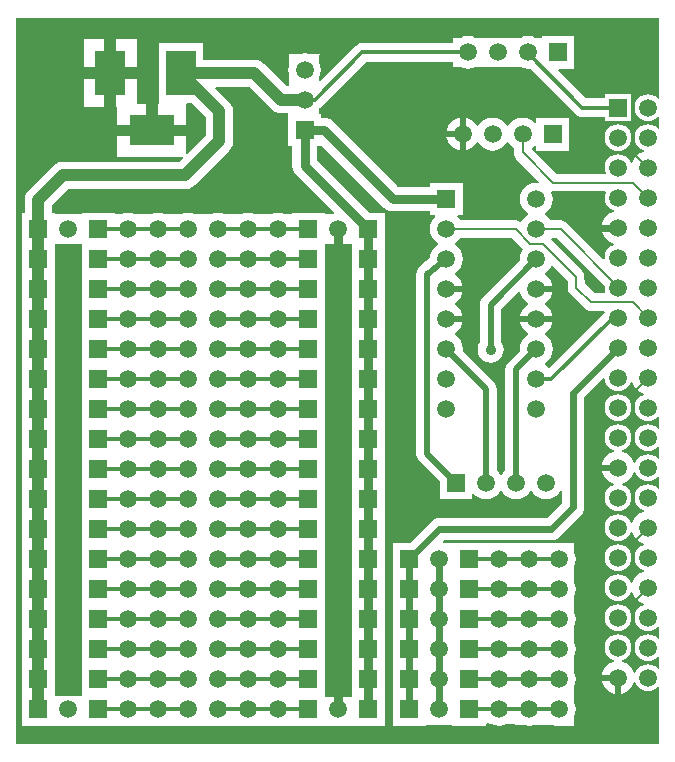
<source format=gtl>
%FSLAX44Y44*%
%MOMM*%
G71*
G01*
G75*
G04 Layer_Physical_Order=1*
G04 Layer_Color=255*
%ADD10C,0.2000*%
%ADD11C,0.3000*%
%ADD12C,0.6000*%
%ADD13C,0.8000*%
%ADD14C,1.0000*%
%ADD15C,0.5000*%
%ADD16C,0.2032*%
%ADD17R,1.5000X1.5000*%
%ADD18C,1.5000*%
%ADD19C,0.9144*%
%ADD20R,2.5000X3.8000*%
%ADD21R,3.8000X2.5000*%
%ADD22R,1.5000X1.5000*%
%ADD23C,1.0000*%
%ADD24C,0.6096*%
G36*
X506107Y395532D02*
X505892Y393900D01*
X506281Y390947D01*
X506649Y390059D01*
X505943Y389003D01*
X497481D01*
X489413Y397071D01*
Y403000D01*
X489161Y404919D01*
X488944Y405442D01*
X488420Y406707D01*
X487242Y408242D01*
X460587Y434897D01*
X461073Y436070D01*
X465569D01*
X506107Y395532D01*
D02*
G37*
G36*
X462200Y475370D02*
X506098D01*
X506804Y474314D01*
X506281Y473052D01*
X505892Y470100D01*
X506281Y467147D01*
X507421Y464396D01*
X509234Y462034D01*
X511596Y460221D01*
X513523Y459423D01*
X513554Y459181D01*
Y458140D01*
X510315Y456798D01*
X507422Y454578D01*
X505202Y451685D01*
X503806Y448316D01*
X503665Y447240D01*
X517300D01*
Y442160D01*
X503665D01*
X503806Y441084D01*
X505202Y437715D01*
X507422Y434822D01*
X510315Y432602D01*
X513554Y431260D01*
Y430219D01*
X513523Y429977D01*
X511596Y429179D01*
X509234Y427366D01*
X507421Y425004D01*
X506281Y422253D01*
X505892Y419300D01*
X506020Y418334D01*
X504881Y417772D01*
X473899Y448753D01*
X472361Y449934D01*
X470569Y450676D01*
X468646Y450929D01*
X459857D01*
X457978Y453378D01*
X455128Y455565D01*
Y456835D01*
X457978Y459022D01*
X460198Y461915D01*
X461593Y465284D01*
X462069Y468900D01*
X461593Y472515D01*
X460794Y474446D01*
X461567Y475454D01*
X462200Y475370D01*
D02*
G37*
G36*
X205405Y563405D02*
X205405Y563405D01*
X205405Y563405D01*
X224005Y544805D01*
X226212Y543112D01*
X226376Y542986D01*
D01*
X226376Y542986D01*
X227913Y542349D01*
X229137Y541842D01*
X229137D01*
X229137Y541842D01*
X229612Y541779D01*
X232100Y541452D01*
X238050D01*
Y541350D01*
X238050D01*
Y513650D01*
X241461D01*
Y497300D01*
X241816Y494598D01*
X242859Y492080D01*
X244518Y489918D01*
X277263Y457173D01*
X276777Y456000D01*
X268850D01*
Y457250D01*
X241150D01*
Y456000D01*
X235373D01*
X233216Y456893D01*
X229600Y457369D01*
X225984Y456893D01*
X223827Y456000D01*
X209973D01*
X207815Y456893D01*
X204200Y457369D01*
X200584Y456893D01*
X198427Y456000D01*
X184573D01*
X182416Y456893D01*
X178800Y457369D01*
X175184Y456893D01*
X173027Y456000D01*
X159173D01*
X157015Y456893D01*
X153400Y457369D01*
X149784Y456893D01*
X147627Y456000D01*
X133773D01*
X131615Y456893D01*
X128000Y457369D01*
X124384Y456893D01*
X122227Y456000D01*
X108373D01*
X106215Y456893D01*
X102600Y457369D01*
X98984Y456893D01*
X96827Y456000D01*
X91050D01*
Y457250D01*
X63350D01*
Y456000D01*
X40250D01*
Y457250D01*
X37848D01*
Y463308D01*
X51992Y477452D01*
X150900D01*
X153863Y477842D01*
X156624Y478986D01*
X158995Y480805D01*
X187995Y509805D01*
X189814Y512176D01*
X190958Y514937D01*
X191348Y517900D01*
Y543100D01*
X190958Y546063D01*
X190288Y547680D01*
X189814Y548824D01*
X187995Y551195D01*
X176311Y562879D01*
X176797Y564052D01*
X204758D01*
X205405Y563405D01*
D02*
G37*
G36*
X291950Y429550D02*
Y404150D01*
Y378750D01*
Y353350D01*
Y327950D01*
Y302550D01*
Y277150D01*
Y251750D01*
Y226350D01*
Y200950D01*
Y175550D01*
Y150150D01*
Y124750D01*
Y99350D01*
Y73950D01*
Y48550D01*
Y48455D01*
X291050Y47558D01*
X268850Y47637D01*
Y48550D01*
Y73950D01*
Y99350D01*
Y124750D01*
Y150150D01*
Y175550D01*
Y200950D01*
Y226350D01*
Y251750D01*
Y277150D01*
Y302550D01*
Y327950D01*
Y353350D01*
Y378750D01*
Y404150D01*
Y429550D01*
Y431000D01*
X291950D01*
Y429550D01*
D02*
G37*
G36*
X63350D02*
Y404150D01*
Y378750D01*
Y353350D01*
Y327950D01*
Y302550D01*
Y277150D01*
Y251750D01*
Y226350D01*
Y200950D01*
Y175550D01*
Y150150D01*
Y124750D01*
Y99350D01*
Y73950D01*
Y49268D01*
X62450Y48372D01*
X40250Y48451D01*
Y48550D01*
Y73950D01*
Y99350D01*
Y124750D01*
Y150150D01*
Y175550D01*
Y200950D01*
Y226350D01*
Y251750D01*
Y277150D01*
Y302550D01*
Y327950D01*
Y353350D01*
Y378750D01*
Y404150D01*
Y429550D01*
Y431000D01*
X63350D01*
Y429550D01*
D02*
G37*
G36*
X437140Y426567D02*
X436002Y425084D01*
X434606Y421715D01*
X434130Y418100D01*
X434287Y416911D01*
X403088Y385712D01*
X401670Y383863D01*
X400778Y381710D01*
X400474Y379400D01*
Y347708D01*
X399860Y346908D01*
X398759Y344251D01*
X398384Y341400D01*
X398759Y338549D01*
X399860Y335892D01*
X401610Y333610D01*
X403892Y331859D01*
X406549Y330759D01*
X409400Y330383D01*
X412251Y330759D01*
X414908Y331859D01*
X417190Y333610D01*
X418940Y335892D01*
X420041Y338549D01*
X420416Y341400D01*
X420041Y344251D01*
X418940Y346908D01*
X418326Y347708D01*
Y375702D01*
X433254Y390630D01*
X434457Y390222D01*
X434606Y389084D01*
X436002Y385715D01*
X438222Y382822D01*
X441072Y380635D01*
Y379365D01*
X438222Y377178D01*
X436002Y374285D01*
X434606Y370915D01*
X434465Y369840D01*
X461735D01*
X461593Y370915D01*
X460198Y374285D01*
X457978Y377178D01*
X455128Y379365D01*
Y380635D01*
X457978Y382822D01*
X460198Y385715D01*
X461593Y389084D01*
X461735Y390160D01*
X448100D01*
Y395240D01*
X461735D01*
X461593Y396315D01*
X460198Y399684D01*
X457978Y402578D01*
X455128Y404765D01*
Y406035D01*
X457978Y408222D01*
X460198Y411115D01*
X460699Y412324D01*
X461944Y412572D01*
X474587Y399929D01*
Y394000D01*
X474839Y392081D01*
X475146Y391341D01*
X475580Y390293D01*
X476758Y388758D01*
X489168Y376348D01*
X490703Y375170D01*
X492491Y374429D01*
X494410Y374177D01*
X505620D01*
X506106Y373003D01*
X459311Y326208D01*
X458044Y326292D01*
X457978Y326378D01*
X455128Y328565D01*
Y329835D01*
X457978Y332022D01*
X460198Y334915D01*
X461593Y338284D01*
X462069Y341900D01*
X461593Y345515D01*
X460198Y348885D01*
X457978Y351778D01*
X455128Y353965D01*
Y355235D01*
X457978Y357422D01*
X460198Y360315D01*
X461593Y363684D01*
X461735Y364760D01*
X434465D01*
X434606Y363684D01*
X436002Y360315D01*
X438222Y357422D01*
X441072Y355235D01*
Y353965D01*
X438222Y351778D01*
X436002Y348885D01*
X434606Y345515D01*
X434130Y341900D01*
X434287Y340711D01*
X424638Y331062D01*
X423219Y329213D01*
X422328Y327060D01*
X422024Y324750D01*
Y239258D01*
X421072Y238528D01*
X418885Y235678D01*
X417615D01*
X415428Y238528D01*
X414476Y239258D01*
Y308250D01*
X414172Y310560D01*
X413280Y312713D01*
X411862Y314562D01*
X385713Y340711D01*
X385869Y341900D01*
X385393Y345515D01*
X383998Y348885D01*
X381778Y351778D01*
X378928Y353965D01*
Y355235D01*
X381778Y357422D01*
X383998Y360315D01*
X385393Y363684D01*
X385535Y364760D01*
X371900D01*
Y369840D01*
X385535D01*
X385393Y370915D01*
X383998Y374285D01*
X381778Y377178D01*
X378928Y379365D01*
Y380635D01*
X381778Y382822D01*
X383998Y385715D01*
X385393Y389084D01*
X385535Y390160D01*
X371900D01*
Y395240D01*
X385535D01*
X385393Y396315D01*
X383998Y399684D01*
X381778Y402578D01*
X378928Y404765D01*
Y406035D01*
X381778Y408222D01*
X383998Y411115D01*
X385393Y414484D01*
X385869Y418100D01*
X385393Y421715D01*
X383998Y425084D01*
X381778Y427978D01*
X378928Y430165D01*
Y431435D01*
X381778Y433622D01*
X383669Y436086D01*
X427620D01*
X437140Y426567D01*
D02*
G37*
G36*
X552314Y554325D02*
X551112Y553916D01*
X550766Y554366D01*
X548404Y556179D01*
X545653Y557319D01*
X542700Y557708D01*
X539748Y557319D01*
X536996Y556179D01*
X534634Y554366D01*
X532821Y552004D01*
X531681Y549253D01*
X531292Y546300D01*
X531681Y543348D01*
X532821Y540596D01*
X534634Y538234D01*
X536996Y536421D01*
X539748Y535281D01*
X542700Y534892D01*
X545653Y535281D01*
X548404Y536421D01*
X550766Y538234D01*
X551112Y538684D01*
X552314Y538275D01*
Y528925D01*
X551112Y528516D01*
X550766Y528966D01*
X548404Y530779D01*
X545653Y531919D01*
X542700Y532308D01*
X539748Y531919D01*
X536996Y530779D01*
X534634Y528966D01*
X532821Y526604D01*
X531681Y523853D01*
X531292Y520900D01*
X531681Y517948D01*
X532821Y515196D01*
X534634Y512834D01*
X536996Y511021D01*
X538923Y510223D01*
X538954Y509981D01*
Y508940D01*
X535715Y507598D01*
X532822Y505378D01*
X530602Y502485D01*
X529260Y499246D01*
X528219D01*
X527977Y499277D01*
X527179Y501204D01*
X525366Y503566D01*
X523004Y505379D01*
X520252Y506519D01*
X517300Y506908D01*
X514347Y506519D01*
X511596Y505379D01*
X509234Y503566D01*
X507421Y501204D01*
X506281Y498452D01*
X505892Y495500D01*
X506281Y492547D01*
X506804Y491286D01*
X506098Y490230D01*
X465277D01*
X444290Y511217D01*
X444373Y512484D01*
X446378Y514022D01*
X446847Y514634D01*
X448050Y514226D01*
Y510050D01*
X475750D01*
Y537750D01*
X448050D01*
Y533574D01*
X446847Y533166D01*
X446378Y533778D01*
X443484Y535998D01*
X440115Y537393D01*
X436500Y537869D01*
X432884Y537393D01*
X429515Y535998D01*
X426622Y533778D01*
X424435Y530928D01*
X423165D01*
X420978Y533778D01*
X418084Y535998D01*
X414715Y537393D01*
X411100Y537869D01*
X407484Y537393D01*
X404115Y535998D01*
X401222Y533778D01*
X399035Y530928D01*
X397765D01*
X395578Y533778D01*
X392685Y535998D01*
X389315Y537393D01*
X388240Y537535D01*
Y523900D01*
Y510265D01*
X389315Y510406D01*
X392685Y511802D01*
X395578Y514022D01*
X397765Y516872D01*
X399035D01*
X401222Y514022D01*
X404115Y511802D01*
X407484Y510406D01*
X411100Y509930D01*
X414715Y510406D01*
X418084Y511802D01*
X420978Y514022D01*
X423165Y516872D01*
X424435D01*
X426622Y514022D01*
X429070Y512143D01*
Y508500D01*
X429323Y506577D01*
X430065Y504785D01*
X431246Y503247D01*
X450761Y483732D01*
X450199Y482593D01*
X448100Y482869D01*
X444484Y482393D01*
X441115Y480998D01*
X438222Y478778D01*
X436002Y475885D01*
X434606Y472515D01*
X434130Y468900D01*
X434606Y465284D01*
X436002Y461915D01*
X438222Y459022D01*
X441072Y456835D01*
Y455565D01*
X438222Y453378D01*
X436002Y450485D01*
X435837Y450086D01*
X434610Y449757D01*
X434398Y449920D01*
X433350Y450354D01*
X432610Y450661D01*
X430691Y450913D01*
X383669D01*
X381778Y453378D01*
X381166Y453847D01*
X381574Y455050D01*
X385750D01*
Y482750D01*
X358050D01*
Y479339D01*
X331224D01*
X275682Y534882D01*
X273519Y536541D01*
X271002Y537583D01*
X268300Y537939D01*
X265750D01*
Y541350D01*
X264000D01*
Y545791D01*
X264609Y546043D01*
X266248Y547301D01*
X266248Y547301D01*
X266248Y547301D01*
X304130Y585182D01*
X378000D01*
Y580500D01*
X384528D01*
X386684Y579606D01*
X390300Y579130D01*
X393916Y579606D01*
X396072Y580500D01*
X435328D01*
X437485Y579606D01*
X441100Y579130D01*
X442930Y579371D01*
X481600Y540701D01*
X483240Y539443D01*
X485149Y538652D01*
X487198Y538382D01*
X505990D01*
Y534990D01*
X528610D01*
Y557610D01*
X505990D01*
Y554218D01*
X490478D01*
X466619Y578077D01*
X467105Y579250D01*
X480350D01*
Y606950D01*
X452650D01*
Y605500D01*
X447356D01*
X444716Y606593D01*
X441100Y607069D01*
X437485Y606593D01*
X434844Y605500D01*
X396556D01*
X393916Y606593D01*
X390300Y607069D01*
X386684Y606593D01*
X384044Y605500D01*
X378000D01*
Y601018D01*
X300850D01*
X300850Y601018D01*
X298801Y600748D01*
X296891Y599957D01*
X296509Y599664D01*
X295251Y598699D01*
X295251Y598699D01*
X265173Y568621D01*
X264000Y569107D01*
Y571320D01*
X265394Y574684D01*
X265870Y578300D01*
X265394Y581915D01*
X264000Y585280D01*
Y590500D01*
X265000Y591500D01*
X256224D01*
X255516Y591793D01*
X251900Y592269D01*
X248284Y591793D01*
X247576Y591500D01*
X239000D01*
Y583348D01*
X238407Y581915D01*
X237931Y578300D01*
X238407Y574684D01*
X239000Y573252D01*
Y564348D01*
X236842D01*
X221595Y579595D01*
D01*
X217595Y583595D01*
X215224Y585414D01*
X212463Y586558D01*
X209500Y586948D01*
X166350D01*
Y600850D01*
X128650D01*
Y550150D01*
D01*
Y550150D01*
X128000Y549500D01*
X127500D01*
Y532000D01*
X151500D01*
Y549500D01*
D01*
Y549500D01*
X152150Y550150D01*
X156660D01*
X168452Y538358D01*
Y522642D01*
X152673Y506863D01*
X151500Y507349D01*
Y522000D01*
X93500D01*
Y504500D01*
X148651D01*
X149137Y503327D01*
X146158Y500348D01*
X47250D01*
X44632Y500003D01*
X44287Y499958D01*
X41526Y498814D01*
X39155Y496995D01*
X18305Y476145D01*
X16486Y473774D01*
X15342Y471013D01*
X14952Y468050D01*
Y457250D01*
X12550D01*
Y429550D01*
Y404150D01*
Y378750D01*
Y353350D01*
Y327950D01*
Y302550D01*
Y277150D01*
Y251750D01*
Y226350D01*
Y200950D01*
Y175550D01*
Y150150D01*
Y124750D01*
Y99350D01*
Y73950D01*
Y48550D01*
Y23150D01*
Y23150D01*
X101693D01*
X102600Y23030D01*
X103507Y23150D01*
X127093D01*
X128000Y23030D01*
X128907Y23150D01*
X152493D01*
X153400Y23030D01*
X154307Y23150D01*
X177893D01*
X178800Y23030D01*
X179707Y23150D01*
X203293D01*
X204200Y23030D01*
X205107Y23150D01*
X228693D01*
X229600Y23030D01*
X230507Y23150D01*
X319650D01*
Y23150D01*
Y48550D01*
Y73950D01*
Y99350D01*
Y124750D01*
Y150150D01*
Y175550D01*
Y200950D01*
Y226350D01*
Y251750D01*
Y277150D01*
Y302550D01*
Y327950D01*
Y353350D01*
Y378750D01*
Y404150D01*
Y429550D01*
Y457250D01*
X306713D01*
X262339Y501624D01*
Y513650D01*
X265750D01*
X265750Y513650D01*
Y513650D01*
X266907Y514129D01*
X319518Y461518D01*
X321680Y459859D01*
X323461Y459122D01*
X324198Y458816D01*
X326900Y458461D01*
X358050D01*
Y455050D01*
X362226D01*
X362634Y453847D01*
X362022Y453378D01*
X359802Y450485D01*
X358406Y447115D01*
X357930Y443500D01*
X358406Y439884D01*
X359802Y436515D01*
X362022Y433622D01*
X364872Y431435D01*
Y430165D01*
X362022Y427978D01*
X359802Y425084D01*
X358406Y421715D01*
X358008Y418685D01*
X351463Y413659D01*
X351051Y413247D01*
X350588Y412892D01*
X349238Y411542D01*
X347820Y409693D01*
X346928Y407540D01*
X346624Y405230D01*
Y253250D01*
X346928Y250940D01*
X347820Y248787D01*
X349238Y246938D01*
X366300Y229876D01*
Y214800D01*
X394000D01*
Y218976D01*
X395203Y219384D01*
X395672Y218772D01*
X398565Y216552D01*
X401934Y215156D01*
X405550Y214680D01*
X409166Y215156D01*
X412535Y216552D01*
X415428Y218772D01*
X417615Y221622D01*
X418885D01*
X421072Y218772D01*
X423965Y216552D01*
X427334Y215156D01*
X430950Y214680D01*
X434566Y215156D01*
X437935Y216552D01*
X440828Y218772D01*
X443015Y221622D01*
X444285D01*
X446472Y218772D01*
X449365Y216552D01*
X452734Y215156D01*
X456350Y214680D01*
X459966Y215156D01*
X463335Y216552D01*
X466228Y218772D01*
X468448Y221665D01*
X468524Y221848D01*
X469769Y221600D01*
Y211806D01*
X456894Y198930D01*
X366100D01*
X363659Y198609D01*
X361385Y197667D01*
X359431Y196168D01*
X341113Y177850D01*
X328880D01*
D01*
D01*
D01*
X328880Y177850D01*
X328880Y177850D01*
X326750Y177850D01*
D01*
D01*
D01*
X326750D01*
D01*
Y177850D01*
X326750Y177850D01*
X326750Y177839D01*
Y177839D01*
D01*
D01*
X326750D01*
X326750Y176952D01*
D01*
Y150150D01*
Y124750D01*
Y99350D01*
Y73950D01*
Y48550D01*
Y23150D01*
X329350D01*
X330000Y22500D01*
X349632Y23150D01*
X354450D01*
Y23309D01*
X376637Y24044D01*
X377550Y23161D01*
Y23150D01*
X405250D01*
Y24095D01*
X406163Y24978D01*
X409939Y24851D01*
X413184Y23506D01*
X416800Y23030D01*
X420416Y23506D01*
X422633Y24425D01*
X437578Y23923D01*
X438584Y23506D01*
X442200Y23030D01*
X445816Y23506D01*
X446129Y23636D01*
X480000Y22500D01*
Y30744D01*
X481093Y33384D01*
X481570Y37000D01*
X481093Y40615D01*
X480000Y43255D01*
Y56144D01*
X481093Y58784D01*
X481570Y62400D01*
X481093Y66015D01*
X480000Y68655D01*
Y81544D01*
X481093Y84184D01*
X481570Y87800D01*
X481093Y91415D01*
X480000Y94055D01*
Y106944D01*
X481093Y109584D01*
X481570Y113200D01*
X481093Y116815D01*
X480000Y119455D01*
Y132344D01*
X481093Y134984D01*
X481570Y138600D01*
X481093Y142215D01*
X480000Y144855D01*
Y157744D01*
X481093Y160384D01*
X481570Y164000D01*
X481093Y167615D01*
X480000Y170255D01*
Y177500D01*
X479650Y177850D01*
X468508D01*
X467600Y177969D01*
X466692Y177850D01*
X443108D01*
X442200Y177969D01*
X441292Y177850D01*
X417708D01*
X416800Y177969D01*
X415892Y177850D01*
X405250D01*
Y177850D01*
X377550D01*
Y177850D01*
X369446D01*
X368960Y179023D01*
X370006Y180069D01*
X460800D01*
X463241Y180390D01*
X465515Y181333D01*
X467468Y182831D01*
X485868Y201231D01*
X487367Y203185D01*
X488309Y205459D01*
X488631Y207900D01*
Y301094D01*
X504801Y317264D01*
X506004Y316856D01*
X506281Y314748D01*
X507421Y311996D01*
X509234Y309634D01*
X511596Y307821D01*
X514347Y306681D01*
X517300Y306292D01*
X520252Y306681D01*
X523004Y307821D01*
X525366Y309634D01*
X527179Y311996D01*
X527977Y313923D01*
X528219Y313954D01*
X529260D01*
X530602Y310715D01*
X532822Y307822D01*
X535715Y305602D01*
X538954Y304260D01*
Y303219D01*
X538923Y302977D01*
X536996Y302179D01*
X534634Y300366D01*
X532821Y298004D01*
X531681Y295252D01*
X531292Y292300D01*
X531681Y289347D01*
X532821Y286596D01*
X534634Y284234D01*
X536996Y282421D01*
X539748Y281281D01*
X542700Y280892D01*
X545653Y281281D01*
X548404Y282421D01*
X550766Y284234D01*
X551112Y284684D01*
X552314Y284275D01*
Y274925D01*
X551112Y274516D01*
X550766Y274966D01*
X548404Y276779D01*
X545653Y277919D01*
X542700Y278308D01*
X539748Y277919D01*
X536996Y276779D01*
X534634Y274966D01*
X532821Y272604D01*
X531681Y269853D01*
X531292Y266900D01*
X531681Y263948D01*
X532821Y261196D01*
X534634Y258834D01*
X536996Y257021D01*
X539748Y255881D01*
X542700Y255492D01*
X545653Y255881D01*
X548404Y257021D01*
X550766Y258834D01*
X551112Y259284D01*
X552314Y258875D01*
Y249525D01*
X551112Y249116D01*
X550766Y249566D01*
X548404Y251379D01*
X545653Y252519D01*
X542700Y252908D01*
X539748Y252519D01*
X536996Y251379D01*
X534634Y249566D01*
X532821Y247204D01*
X532023Y245277D01*
X531781Y245246D01*
X530740D01*
X529398Y248485D01*
X527178Y251378D01*
X524285Y253598D01*
X521046Y254940D01*
Y255981D01*
X521077Y256223D01*
X523004Y257021D01*
X525366Y258834D01*
X527179Y261196D01*
X528319Y263948D01*
X528708Y266900D01*
X528319Y269853D01*
X527179Y272604D01*
X525366Y274966D01*
X523004Y276779D01*
X520252Y277919D01*
X517300Y278308D01*
X514347Y277919D01*
X511596Y276779D01*
X509234Y274966D01*
X507421Y272604D01*
X506281Y269853D01*
X505892Y266900D01*
X506281Y263948D01*
X507421Y261196D01*
X509234Y258834D01*
X511596Y257021D01*
X513523Y256223D01*
X513554Y255981D01*
Y254940D01*
X510315Y253598D01*
X507422Y251378D01*
X505202Y248485D01*
X503806Y245116D01*
X503665Y244040D01*
X517300D01*
Y238960D01*
X503665D01*
X503806Y237884D01*
X505202Y234515D01*
X507422Y231622D01*
X510315Y229402D01*
X513554Y228060D01*
Y227019D01*
X513523Y226777D01*
X511596Y225979D01*
X509234Y224166D01*
X507421Y221804D01*
X506281Y219053D01*
X505892Y216100D01*
X506281Y213148D01*
X507421Y210396D01*
X509234Y208034D01*
X511596Y206221D01*
X514347Y205081D01*
X517300Y204692D01*
X520252Y205081D01*
X523004Y206221D01*
X525366Y208034D01*
X527179Y210396D01*
X528319Y213148D01*
X528708Y216100D01*
X528319Y219053D01*
X527179Y221804D01*
X525366Y224166D01*
X523004Y225979D01*
X521077Y226777D01*
X521046Y227019D01*
Y228060D01*
X524285Y229402D01*
X527178Y231622D01*
X529398Y234515D01*
X530740Y237754D01*
X531781D01*
X532023Y237723D01*
X532821Y235796D01*
X534634Y233434D01*
X536996Y231621D01*
X539748Y230481D01*
X542700Y230092D01*
X545653Y230481D01*
X548404Y231621D01*
X550766Y233434D01*
X551112Y233884D01*
X552314Y233475D01*
Y224125D01*
X551112Y223716D01*
X550766Y224166D01*
X548404Y225979D01*
X545653Y227119D01*
X542700Y227508D01*
X539748Y227119D01*
X536996Y225979D01*
X534634Y224166D01*
X532821Y221804D01*
X531681Y219053D01*
X531292Y216100D01*
X531681Y213148D01*
X532821Y210396D01*
X534634Y208034D01*
X536996Y206221D01*
X538923Y205423D01*
X538954Y205181D01*
Y204140D01*
X535715Y202798D01*
X532822Y200578D01*
X530602Y197685D01*
X529260Y194446D01*
X528219D01*
X527977Y194477D01*
X527179Y196404D01*
X525366Y198766D01*
X523004Y200579D01*
X520252Y201719D01*
X517300Y202108D01*
X514347Y201719D01*
X511596Y200579D01*
X509234Y198766D01*
X507421Y196404D01*
X506281Y193652D01*
X505892Y190700D01*
X506281Y187747D01*
X507421Y184996D01*
X509234Y182634D01*
X511596Y180821D01*
X514347Y179681D01*
X517300Y179292D01*
X520252Y179681D01*
X523004Y180821D01*
X525366Y182634D01*
X527179Y184996D01*
X527977Y186923D01*
X528219Y186954D01*
X529260D01*
X530602Y183715D01*
X532822Y180822D01*
X535715Y178602D01*
X538954Y177260D01*
Y176219D01*
X538923Y175977D01*
X536996Y175179D01*
X534634Y173366D01*
X532821Y171004D01*
X531681Y168253D01*
X531292Y165300D01*
X531681Y162348D01*
X532821Y159596D01*
X534634Y157234D01*
X536996Y155421D01*
X538923Y154623D01*
X538954Y154381D01*
Y153340D01*
X535715Y151998D01*
X532822Y149778D01*
X530602Y146885D01*
X529260Y143646D01*
X528219D01*
X527977Y143677D01*
X527179Y145604D01*
X525366Y147966D01*
X523004Y149779D01*
X520252Y150919D01*
X517300Y151308D01*
X514347Y150919D01*
X511596Y149779D01*
X509234Y147966D01*
X507421Y145604D01*
X506281Y142852D01*
X505892Y139900D01*
X506281Y136947D01*
X507421Y134196D01*
X509234Y131834D01*
X511596Y130021D01*
X514347Y128881D01*
X517300Y128492D01*
X520252Y128881D01*
X523004Y130021D01*
X525366Y131834D01*
X527179Y134196D01*
X527977Y136123D01*
X528219Y136154D01*
X529260D01*
X530602Y132915D01*
X532822Y130022D01*
X535715Y127802D01*
X538954Y126460D01*
Y125419D01*
X538923Y125177D01*
X536996Y124379D01*
X534634Y122566D01*
X532821Y120204D01*
X531681Y117452D01*
X531292Y114500D01*
X531681Y111547D01*
X532821Y108796D01*
X534634Y106434D01*
X536996Y104621D01*
X539748Y103481D01*
X542700Y103092D01*
X545653Y103481D01*
X548404Y104621D01*
X550766Y106434D01*
X551112Y106884D01*
X552314Y106475D01*
Y97125D01*
X551112Y96716D01*
X550766Y97166D01*
X548404Y98979D01*
X545653Y100119D01*
X542700Y100508D01*
X539748Y100119D01*
X536996Y98979D01*
X534634Y97166D01*
X532821Y94804D01*
X531681Y92052D01*
X531292Y89100D01*
X531681Y86147D01*
X532821Y83396D01*
X534634Y81034D01*
X536996Y79221D01*
X539748Y78081D01*
X542700Y77692D01*
X545653Y78081D01*
X548404Y79221D01*
X550766Y81034D01*
X551112Y81484D01*
X552314Y81075D01*
Y71725D01*
X551112Y71316D01*
X550766Y71766D01*
X548404Y73579D01*
X545653Y74719D01*
X542700Y75108D01*
X539748Y74719D01*
X536996Y73579D01*
X534634Y71766D01*
X532821Y69404D01*
X532023Y67477D01*
X531781Y67446D01*
X530740D01*
X529398Y70685D01*
X527178Y73578D01*
X524285Y75798D01*
X521046Y77140D01*
Y78181D01*
X521077Y78423D01*
X523004Y79221D01*
X525366Y81034D01*
X527179Y83396D01*
X528319Y86147D01*
X528708Y89100D01*
X528319Y92052D01*
X527179Y94804D01*
X525366Y97166D01*
X523004Y98979D01*
X520252Y100119D01*
X517300Y100508D01*
X514347Y100119D01*
X511596Y98979D01*
X509234Y97166D01*
X507421Y94804D01*
X506281Y92052D01*
X505892Y89100D01*
X506281Y86147D01*
X507421Y83396D01*
X509234Y81034D01*
X511596Y79221D01*
X513523Y78423D01*
X513554Y78181D01*
Y77140D01*
X510315Y75798D01*
X507422Y73578D01*
X505202Y70685D01*
X503806Y67316D01*
X503665Y66240D01*
X517300D01*
Y63700D01*
X519840D01*
Y50065D01*
X520916Y50206D01*
X524285Y51602D01*
X527178Y53822D01*
X529398Y56715D01*
X530740Y59954D01*
X531781D01*
X532023Y59923D01*
X532821Y57996D01*
X534634Y55634D01*
X536996Y53821D01*
X539748Y52681D01*
X542700Y52292D01*
X545653Y52681D01*
X548404Y53821D01*
X550766Y55634D01*
X551112Y56084D01*
X552314Y55675D01*
Y7686D01*
X7686D01*
Y610000D01*
Y622314D01*
X552314D01*
Y554325D01*
D02*
G37*
%LPC*%
G36*
X517300Y125908D02*
X514347Y125519D01*
X511596Y124379D01*
X509234Y122566D01*
X507421Y120204D01*
X506281Y117452D01*
X505892Y114500D01*
X506281Y111547D01*
X507421Y108796D01*
X509234Y106434D01*
X511596Y104621D01*
X514347Y103481D01*
X517300Y103092D01*
X520252Y103481D01*
X523004Y104621D01*
X525366Y106434D01*
X527179Y108796D01*
X528319Y111547D01*
X528708Y114500D01*
X528319Y117452D01*
X527179Y120204D01*
X525366Y122566D01*
X523004Y124379D01*
X520252Y125519D01*
X517300Y125908D01*
D02*
G37*
G36*
Y176708D02*
X514347Y176319D01*
X511596Y175179D01*
X509234Y173366D01*
X507421Y171004D01*
X506281Y168253D01*
X505892Y165300D01*
X506281Y162348D01*
X507421Y159596D01*
X509234Y157234D01*
X511596Y155421D01*
X514347Y154281D01*
X517300Y153892D01*
X520252Y154281D01*
X523004Y155421D01*
X525366Y157234D01*
X527179Y159596D01*
X528319Y162348D01*
X528708Y165300D01*
X528319Y168253D01*
X527179Y171004D01*
X525366Y173366D01*
X523004Y175179D01*
X520252Y176319D01*
X517300Y176708D01*
D02*
G37*
G36*
X110000Y604500D02*
X92500D01*
Y580500D01*
X110000D01*
Y604500D01*
D02*
G37*
G36*
X82500D02*
X65000D01*
Y580500D01*
X82500D01*
Y604500D01*
D02*
G37*
G36*
X514760Y61160D02*
X503665D01*
X503806Y60084D01*
X505202Y56715D01*
X507422Y53822D01*
X510315Y51602D01*
X513684Y50206D01*
X514760Y50065D01*
Y61160D01*
D02*
G37*
G36*
X517300Y303708D02*
X514347Y303319D01*
X511596Y302179D01*
X509234Y300366D01*
X507421Y298004D01*
X506281Y295252D01*
X505892Y292300D01*
X506281Y289347D01*
X507421Y286596D01*
X509234Y284234D01*
X511596Y282421D01*
X514347Y281281D01*
X517300Y280892D01*
X520252Y281281D01*
X523004Y282421D01*
X525366Y284234D01*
X527179Y286596D01*
X528319Y289347D01*
X528708Y292300D01*
X528319Y295252D01*
X527179Y298004D01*
X525366Y300366D01*
X523004Y302179D01*
X520252Y303319D01*
X517300Y303708D01*
D02*
G37*
G36*
Y532308D02*
X514347Y531919D01*
X511596Y530779D01*
X509234Y528966D01*
X507421Y526604D01*
X506281Y523853D01*
X505892Y520900D01*
X506281Y517948D01*
X507421Y515196D01*
X509234Y512834D01*
X511596Y511021D01*
X514347Y509881D01*
X517300Y509492D01*
X520252Y509881D01*
X523004Y511021D01*
X525366Y512834D01*
X527179Y515196D01*
X528319Y517948D01*
X528708Y520900D01*
X528319Y523853D01*
X527179Y526604D01*
X525366Y528966D01*
X523004Y530779D01*
X520252Y531919D01*
X517300Y532308D01*
D02*
G37*
G36*
X383160Y521360D02*
X372065D01*
X372206Y520284D01*
X373602Y516915D01*
X375822Y514022D01*
X378715Y511802D01*
X382084Y510406D01*
X383160Y510265D01*
Y521360D01*
D02*
G37*
G36*
Y537535D02*
X382084Y537393D01*
X378715Y535998D01*
X375822Y533778D01*
X373602Y530885D01*
X372206Y527515D01*
X372065Y526440D01*
X383160D01*
Y537535D01*
D02*
G37*
G36*
X82500Y570500D02*
X65000D01*
Y546500D01*
X82500D01*
Y570500D01*
D02*
G37*
G36*
X110000D02*
X92500D01*
Y546500D01*
X93500D01*
Y532000D01*
X117500D01*
Y549500D01*
X110000D01*
Y570500D01*
D02*
G37*
%LPD*%
D10*
X529610Y381590D02*
X542700Y368500D01*
X494410Y381590D02*
X529610D01*
X482000Y394000D02*
X494410Y381590D01*
X482000Y394000D02*
Y403000D01*
X453810Y431190D02*
X482000Y403000D01*
X443001Y431190D02*
X453810D01*
X430691Y443500D02*
X443001Y431190D01*
X371900Y443500D02*
X430691D01*
X538500Y368500D02*
X542700D01*
X530000Y508200D02*
X542700Y495500D01*
X492200Y508200D02*
X530000D01*
X491900Y508500D02*
X492200Y508200D01*
X530000Y305000D02*
X542700Y317700D01*
X504600Y305000D02*
X530000D01*
X491900Y292300D02*
X504600Y305000D01*
X530000Y178000D02*
X542700Y190700D01*
X491900Y178000D02*
X530000D01*
Y127200D02*
X542700Y139900D01*
X504600Y127200D02*
X530000D01*
X491900Y139900D02*
X504600Y127200D01*
D11*
X178800Y37000D02*
X204200D01*
X229600D01*
X255000D01*
X391400Y164000D02*
X416800D01*
X442200D01*
X467600D01*
X77200Y316400D02*
X102600D01*
X128000D01*
X153400D01*
X77200Y341800D02*
X102600D01*
X128000D01*
X153400D01*
X77200Y265600D02*
X102600D01*
X128000D01*
X153400D01*
X77200Y291000D02*
X102600D01*
X128000D01*
X153400D01*
X77200Y418000D02*
X102600D01*
X128000D01*
X153400D01*
X77200Y443400D02*
X102600D01*
X128000D01*
X153400D01*
X77200Y367200D02*
X102600D01*
X128000D01*
X153400D01*
X77200Y392600D02*
X102600D01*
X128000D01*
X153400D01*
X77200Y240200D02*
X102600D01*
X128000D01*
X153400D01*
X77200Y87800D02*
X102600D01*
X128000D01*
X153400D01*
X77200Y113200D02*
X102600D01*
X128000D01*
X153400D01*
X77200Y37000D02*
X102600D01*
X128000D01*
X153400D01*
X77200Y62400D02*
X102600D01*
X128000D01*
X153400D01*
X77200Y189400D02*
X102600D01*
X128000D01*
X153400D01*
X77200Y214800D02*
X102600D01*
X128000D01*
X153400D01*
X77200Y138600D02*
X102600D01*
X128000D01*
X153400D01*
X77200Y164000D02*
X102600D01*
X128000D01*
X153400D01*
X391400Y138600D02*
X416800D01*
X442200D01*
X467600D01*
X391400Y87800D02*
X416800D01*
X442200D01*
X467600D01*
X178800Y164000D02*
X204200D01*
X229600D01*
X255000D01*
X178800Y138600D02*
X204200D01*
X229600D01*
X255000D01*
X178800Y113200D02*
X204200D01*
X229600D01*
X255000D01*
X178800Y62400D02*
X204200D01*
X229600D01*
X255000D01*
X178800Y392600D02*
X204200D01*
X229600D01*
X255000D01*
X178800Y367200D02*
X204200D01*
X229600D01*
X255000D01*
X178800Y418000D02*
X204200D01*
X229600D01*
X255000D01*
X178800Y87800D02*
X204200D01*
X229600D01*
X255000D01*
X178800Y341800D02*
X204200D01*
X229600D01*
X255000D01*
X391400Y113200D02*
X416800D01*
X442200D01*
X467600D01*
X391400Y37000D02*
X416800D01*
X442200D01*
X467600D01*
X391400Y62400D02*
X416800D01*
X442200D01*
X467600D01*
X178800Y443400D02*
X204200D01*
X229600D01*
X255000D01*
X178800Y265600D02*
X204200D01*
X229600D01*
X255000D01*
X178800Y240200D02*
X204200D01*
X229600D01*
X255000D01*
X178800Y316400D02*
X204200D01*
X229600D01*
X255000D01*
X178800Y291000D02*
X204200D01*
X229600D01*
X255000D01*
X178800Y214800D02*
X204200D01*
X229600D01*
X255000D01*
X178800Y189400D02*
X204200D01*
X229600D01*
X255000D01*
X371900Y414408D02*
Y418100D01*
X487198Y546300D02*
X517300D01*
X441100Y592398D02*
X487198Y546300D01*
X441100Y592398D02*
Y593100D01*
X517300Y393900D02*
Y394846D01*
X448100Y316500D02*
X460800D01*
X512800Y368500D01*
X517300D01*
X300850Y593100D02*
X390300D01*
X251900Y552900D02*
X260650D01*
X300850Y593100D01*
D12*
X366000Y37000D02*
Y62400D01*
Y87800D01*
Y113200D01*
Y138600D01*
Y164000D01*
X340600Y37000D02*
Y62400D01*
Y87800D01*
Y113200D01*
Y138600D01*
Y164000D01*
X479200Y305000D02*
X517300Y343100D01*
X366100Y189500D02*
X460800D01*
X340600Y164000D02*
X366100Y189500D01*
X479200Y207900D02*
Y305000D01*
X460800Y189500D02*
X479200Y207900D01*
X491900Y444700D02*
X517300D01*
D13*
X280400Y37000D02*
Y62400D01*
Y87800D01*
Y113200D01*
Y138600D01*
Y164000D01*
Y189400D01*
Y214800D01*
Y240200D01*
Y265600D01*
Y291000D01*
Y316400D01*
Y341800D01*
Y367200D01*
Y392600D01*
Y418000D01*
Y443400D01*
X305800Y113200D02*
Y138600D01*
Y164000D01*
Y87800D02*
Y113200D01*
Y164000D02*
Y189400D01*
Y62400D02*
Y87800D01*
Y189400D02*
Y214800D01*
Y37000D02*
Y62400D01*
Y214800D02*
Y240200D01*
Y265600D01*
Y291000D01*
Y316400D01*
Y341800D01*
Y367200D01*
Y392600D01*
Y418000D01*
Y443400D01*
X251900Y497300D02*
X305800Y443400D01*
X251900Y497300D02*
Y527500D01*
X268300D02*
X326900Y468900D01*
X251900Y527500D02*
X268300D01*
X326900Y468900D02*
X371900D01*
X340000Y203000D02*
Y255250D01*
X339250Y202250D02*
X340000Y203000D01*
D14*
X26400Y37000D02*
Y62400D01*
Y87800D01*
Y113200D01*
Y138600D01*
Y164000D01*
Y189400D01*
Y214800D01*
Y240200D01*
Y265600D01*
Y291000D01*
Y316400D01*
Y341800D01*
Y367200D01*
Y392600D01*
Y418000D01*
Y443400D01*
X213500Y571500D02*
X232100Y552900D01*
X251900D01*
X147500Y575500D02*
X179900Y543100D01*
Y517900D02*
Y543100D01*
X150900Y488900D02*
X179900Y517900D01*
X147500Y575500D02*
X209500D01*
X213500Y571500D01*
X26400Y443400D02*
Y468050D01*
X47250Y488900D01*
X150900D01*
D15*
X430950Y324750D02*
X448100Y341900D01*
X430950Y228650D02*
Y324750D01*
X409400Y379400D02*
X448100Y418100D01*
X409400Y341400D02*
Y379400D01*
X371900Y341900D02*
X405550Y308250D01*
Y228650D02*
Y308250D01*
X355550Y253250D02*
Y405230D01*
Y253250D02*
X380150Y228650D01*
X355550Y405230D02*
X356900Y406580D01*
X371900Y418100D01*
D16*
X530000Y482800D02*
X542700Y470100D01*
X462200Y482800D02*
X530000D01*
X468646Y443500D02*
X517300Y394846D01*
X448100Y443500D02*
X468646D01*
X436500Y508500D02*
X462200Y482800D01*
X436500Y508500D02*
Y523900D01*
D17*
X255000Y37000D02*
D03*
X380150Y228650D02*
D03*
X305800Y316400D02*
D03*
Y240200D02*
D03*
X26400D02*
D03*
X305800Y189400D02*
D03*
X26400Y37000D02*
D03*
Y341800D02*
D03*
X305800Y214800D02*
D03*
Y341800D02*
D03*
X26400Y189400D02*
D03*
Y316400D02*
D03*
X305800Y138600D02*
D03*
Y265600D02*
D03*
X26400Y87800D02*
D03*
Y214800D02*
D03*
X305800Y164000D02*
D03*
Y291000D02*
D03*
X26400Y62400D02*
D03*
Y367200D02*
D03*
X305800Y87800D02*
D03*
Y418000D02*
D03*
X26400Y113200D02*
D03*
Y418000D02*
D03*
X305800Y113200D02*
D03*
Y443400D02*
D03*
X26400Y265600D02*
D03*
Y392600D02*
D03*
X305800Y37000D02*
D03*
Y367200D02*
D03*
X26400Y164000D02*
D03*
Y291000D02*
D03*
X305800Y62400D02*
D03*
Y392600D02*
D03*
X26400Y138600D02*
D03*
Y443400D02*
D03*
X340600Y113200D02*
D03*
Y87800D02*
D03*
Y164000D02*
D03*
Y138600D02*
D03*
Y37000D02*
D03*
Y62400D02*
D03*
X466500Y593100D02*
D03*
X77200Y316400D02*
D03*
Y341800D02*
D03*
Y265600D02*
D03*
Y291000D02*
D03*
Y418000D02*
D03*
Y443400D02*
D03*
Y367200D02*
D03*
Y392600D02*
D03*
Y240200D02*
D03*
Y87800D02*
D03*
Y113200D02*
D03*
Y37000D02*
D03*
Y62400D02*
D03*
Y189400D02*
D03*
Y214800D02*
D03*
Y138600D02*
D03*
Y164000D02*
D03*
X391400Y138600D02*
D03*
Y87800D02*
D03*
X255000Y164000D02*
D03*
Y138600D02*
D03*
Y113200D02*
D03*
Y62400D02*
D03*
Y392600D02*
D03*
Y367200D02*
D03*
Y418000D02*
D03*
Y87800D02*
D03*
Y341800D02*
D03*
X391400Y113200D02*
D03*
Y37000D02*
D03*
Y62400D02*
D03*
X255000Y443400D02*
D03*
Y265600D02*
D03*
Y240200D02*
D03*
Y316400D02*
D03*
Y291000D02*
D03*
Y214800D02*
D03*
Y189400D02*
D03*
X391400Y164000D02*
D03*
X371900Y468900D02*
D03*
X461900Y523900D02*
D03*
D18*
X229600Y37000D02*
D03*
X204200D02*
D03*
X178800D02*
D03*
X405550Y228650D02*
D03*
X430950D02*
D03*
X456350D02*
D03*
X280400Y316400D02*
D03*
Y240200D02*
D03*
X51800D02*
D03*
X280400Y189400D02*
D03*
X51800Y37000D02*
D03*
Y341800D02*
D03*
X280400Y214800D02*
D03*
Y341800D02*
D03*
X51800Y189400D02*
D03*
Y316400D02*
D03*
X280400Y138600D02*
D03*
Y265600D02*
D03*
X51800Y87800D02*
D03*
Y214800D02*
D03*
X280400Y164000D02*
D03*
Y291000D02*
D03*
X51800Y62400D02*
D03*
Y367200D02*
D03*
X280400Y87800D02*
D03*
Y418000D02*
D03*
X51800Y113200D02*
D03*
Y418000D02*
D03*
X280400Y113200D02*
D03*
Y443400D02*
D03*
X51800Y265600D02*
D03*
Y392600D02*
D03*
X280400Y37000D02*
D03*
Y367200D02*
D03*
X51800Y164000D02*
D03*
Y291000D02*
D03*
X280400Y62400D02*
D03*
Y392600D02*
D03*
X51800Y138600D02*
D03*
Y443400D02*
D03*
X366000Y113200D02*
D03*
Y87800D02*
D03*
Y164000D02*
D03*
Y138600D02*
D03*
Y37000D02*
D03*
Y62400D02*
D03*
X251900Y578300D02*
D03*
Y552900D02*
D03*
X441100Y593100D02*
D03*
X415700D02*
D03*
X390300D02*
D03*
X102600Y316400D02*
D03*
X128000D02*
D03*
X153400D02*
D03*
X102600Y341800D02*
D03*
X128000D02*
D03*
X153400D02*
D03*
X102600Y265600D02*
D03*
X128000D02*
D03*
X153400D02*
D03*
X102600Y291000D02*
D03*
X128000D02*
D03*
X153400D02*
D03*
X102600Y418000D02*
D03*
X128000D02*
D03*
X153400D02*
D03*
X102600Y443400D02*
D03*
X128000D02*
D03*
X153400D02*
D03*
X102600Y367200D02*
D03*
X128000D02*
D03*
X153400D02*
D03*
X102600Y392600D02*
D03*
X128000D02*
D03*
X153400D02*
D03*
X102600Y240200D02*
D03*
X128000D02*
D03*
X153400D02*
D03*
X102600Y87800D02*
D03*
X128000D02*
D03*
X153400D02*
D03*
X102600Y113200D02*
D03*
X128000D02*
D03*
X153400D02*
D03*
X102600Y37000D02*
D03*
X128000D02*
D03*
X153400D02*
D03*
X102600Y62400D02*
D03*
X128000D02*
D03*
X153400D02*
D03*
X102600Y189400D02*
D03*
X128000D02*
D03*
X153400D02*
D03*
X102600Y214800D02*
D03*
X128000D02*
D03*
X153400D02*
D03*
X102600Y138600D02*
D03*
X128000D02*
D03*
X153400D02*
D03*
X102600Y164000D02*
D03*
X128000D02*
D03*
X153400D02*
D03*
X416800Y138600D02*
D03*
X442200D02*
D03*
X467600D02*
D03*
X416800Y87800D02*
D03*
X442200D02*
D03*
X467600D02*
D03*
X229600Y164000D02*
D03*
X204200D02*
D03*
X178800D02*
D03*
X229600Y138600D02*
D03*
X204200D02*
D03*
X178800D02*
D03*
X229600Y113200D02*
D03*
X204200D02*
D03*
X178800D02*
D03*
X229600Y62400D02*
D03*
X204200D02*
D03*
X178800D02*
D03*
X229600Y392600D02*
D03*
X204200D02*
D03*
X178800D02*
D03*
X229600Y367200D02*
D03*
X204200D02*
D03*
X178800D02*
D03*
X229600Y418000D02*
D03*
X204200D02*
D03*
X178800D02*
D03*
X229600Y87800D02*
D03*
X204200D02*
D03*
X178800D02*
D03*
X229600Y341800D02*
D03*
X204200D02*
D03*
X178800D02*
D03*
X416800Y113200D02*
D03*
X442200D02*
D03*
X467600D02*
D03*
X416800Y37000D02*
D03*
X442200D02*
D03*
X467600D02*
D03*
X416800Y62400D02*
D03*
X442200D02*
D03*
X467600D02*
D03*
X229600Y443400D02*
D03*
X204200D02*
D03*
X178800D02*
D03*
X229600Y265600D02*
D03*
X204200D02*
D03*
X178800D02*
D03*
X229600Y240200D02*
D03*
X204200D02*
D03*
X178800D02*
D03*
X229600Y316400D02*
D03*
X204200D02*
D03*
X178800D02*
D03*
X229600Y291000D02*
D03*
X204200D02*
D03*
X178800D02*
D03*
X229600Y214800D02*
D03*
X204200D02*
D03*
X178800D02*
D03*
X229600Y189400D02*
D03*
X204200D02*
D03*
X178800D02*
D03*
X416800Y164000D02*
D03*
X442200D02*
D03*
X467600D02*
D03*
X542700Y546300D02*
D03*
X517300Y520900D02*
D03*
X542700D02*
D03*
X517300Y495500D02*
D03*
X542700D02*
D03*
X517300Y470100D02*
D03*
X542700D02*
D03*
X517300Y444700D02*
D03*
X542700D02*
D03*
X517300Y419300D02*
D03*
X542700D02*
D03*
X517300Y393900D02*
D03*
X542700D02*
D03*
X517300Y368500D02*
D03*
X542700D02*
D03*
X517300Y343100D02*
D03*
X542700D02*
D03*
X517300Y317700D02*
D03*
X542700D02*
D03*
X517300Y292300D02*
D03*
X542700D02*
D03*
X517300Y266900D02*
D03*
X542700D02*
D03*
X517300Y241500D02*
D03*
X542700D02*
D03*
X517300Y216100D02*
D03*
X542700D02*
D03*
X517300Y190700D02*
D03*
X542700D02*
D03*
X517300Y165300D02*
D03*
X542700D02*
D03*
X517300Y139900D02*
D03*
X542700D02*
D03*
X517300Y114500D02*
D03*
X542700D02*
D03*
X517300Y89100D02*
D03*
X542700D02*
D03*
X517300Y63700D02*
D03*
X542700D02*
D03*
X371900Y443500D02*
D03*
Y418100D02*
D03*
Y392700D02*
D03*
Y367300D02*
D03*
Y341900D02*
D03*
Y316500D02*
D03*
Y291100D02*
D03*
X448100Y468900D02*
D03*
Y443500D02*
D03*
Y418100D02*
D03*
Y392700D02*
D03*
Y367300D02*
D03*
Y341900D02*
D03*
Y316500D02*
D03*
Y291100D02*
D03*
X385700Y523900D02*
D03*
X411100D02*
D03*
X436500D02*
D03*
D19*
X409400Y341400D02*
D03*
D20*
X87500Y575500D02*
D03*
X147500D02*
D03*
D21*
X122500Y527000D02*
D03*
D22*
X251900Y527500D02*
D03*
X517300Y546300D02*
D03*
D23*
X415700Y612500D02*
D03*
X340000Y255250D02*
D03*
X280000Y15000D02*
D03*
X72900Y610000D02*
D03*
X517750Y28500D02*
D03*
X51750Y15750D02*
D03*
X51900Y508900D02*
D03*
Y468900D02*
D03*
X491900Y51000D02*
D03*
Y139900D02*
D03*
X366750Y16000D02*
D03*
X339250Y202250D02*
D03*
D24*
X491900Y444700D02*
D03*
Y178000D02*
D03*
X491000Y403000D02*
D03*
X491900Y508500D02*
D03*
X491900Y292300D02*
D03*
X471900Y391200D02*
D03*
Y366200D02*
D03*
X341900Y391200D02*
D03*
Y366200D02*
D03*
X21900Y588500D02*
D03*
X31900D02*
D03*
X21900Y578500D02*
D03*
X31900D02*
D03*
X21900Y568500D02*
D03*
X31900D02*
D03*
X21900Y548500D02*
D03*
X31900D02*
D03*
X21900Y538500D02*
D03*
X31900D02*
D03*
X396900Y424700D02*
D03*
X416900D02*
D03*
X491900Y163000D02*
D03*
Y113000D02*
D03*
Y83000D02*
D03*
M02*

</source>
